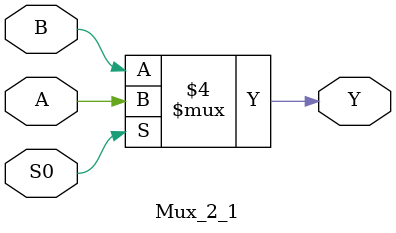
<source format=v>
module Mux_2_1(input A, B, S0, output reg Y);
	always @(*)
	begin
	if(S0==1) Y =A;
	else Y = B;
	end
endmodule

</source>
